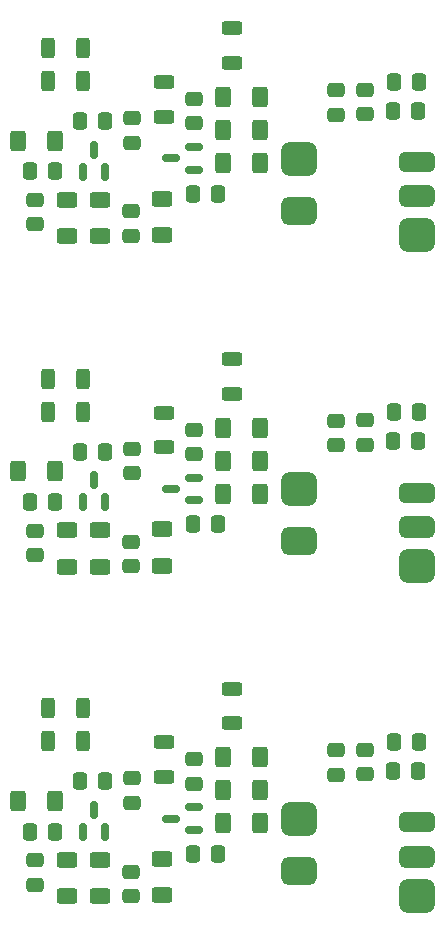
<source format=gbr>
%TF.GenerationSoftware,KiCad,Pcbnew,(6.0.5-0)*%
%TF.CreationDate,2022-07-02T10:30:04-05:00*%
%TF.ProjectId,AM_modulator,414d5f6d-6f64-4756-9c61-746f722e6b69,rev?*%
%TF.SameCoordinates,Original*%
%TF.FileFunction,Paste,Bot*%
%TF.FilePolarity,Positive*%
%FSLAX46Y46*%
G04 Gerber Fmt 4.6, Leading zero omitted, Abs format (unit mm)*
G04 Created by KiCad (PCBNEW (6.0.5-0)) date 2022-07-02 10:30:04*
%MOMM*%
%LPD*%
G01*
G04 APERTURE LIST*
G04 Aperture macros list*
%AMRoundRect*
0 Rectangle with rounded corners*
0 $1 Rounding radius*
0 $2 $3 $4 $5 $6 $7 $8 $9 X,Y pos of 4 corners*
0 Add a 4 corners polygon primitive as box body*
4,1,4,$2,$3,$4,$5,$6,$7,$8,$9,$2,$3,0*
0 Add four circle primitives for the rounded corners*
1,1,$1+$1,$2,$3*
1,1,$1+$1,$4,$5*
1,1,$1+$1,$6,$7*
1,1,$1+$1,$8,$9*
0 Add four rect primitives between the rounded corners*
20,1,$1+$1,$2,$3,$4,$5,0*
20,1,$1+$1,$4,$5,$6,$7,0*
20,1,$1+$1,$6,$7,$8,$9,0*
20,1,$1+$1,$8,$9,$2,$3,0*%
G04 Aperture macros list end*
%ADD10RoundRect,0.250000X-0.625000X0.312500X-0.625000X-0.312500X0.625000X-0.312500X0.625000X0.312500X0*%
%ADD11RoundRect,0.425000X-1.075000X-0.425000X1.075000X-0.425000X1.075000X0.425000X-1.075000X0.425000X0*%
%ADD12RoundRect,0.725000X-0.775000X-0.725000X0.775000X-0.725000X0.775000X0.725000X-0.775000X0.725000X0*%
%ADD13RoundRect,0.450000X-1.050000X-0.450000X1.050000X-0.450000X1.050000X0.450000X-1.050000X0.450000X0*%
%ADD14RoundRect,0.600000X-0.900000X-0.600000X0.900000X-0.600000X0.900000X0.600000X-0.900000X0.600000X0*%
%ADD15RoundRect,0.250000X0.475000X-0.337500X0.475000X0.337500X-0.475000X0.337500X-0.475000X-0.337500X0*%
%ADD16RoundRect,0.250000X0.337500X0.475000X-0.337500X0.475000X-0.337500X-0.475000X0.337500X-0.475000X0*%
%ADD17RoundRect,0.250000X-0.475000X0.337500X-0.475000X-0.337500X0.475000X-0.337500X0.475000X0.337500X0*%
%ADD18RoundRect,0.250000X-0.312500X-0.625000X0.312500X-0.625000X0.312500X0.625000X-0.312500X0.625000X0*%
%ADD19RoundRect,0.250000X-0.400000X-0.625000X0.400000X-0.625000X0.400000X0.625000X-0.400000X0.625000X0*%
%ADD20RoundRect,0.250000X0.625000X-0.400000X0.625000X0.400000X-0.625000X0.400000X-0.625000X-0.400000X0*%
%ADD21RoundRect,0.250000X-0.625000X0.400000X-0.625000X-0.400000X0.625000X-0.400000X0.625000X0.400000X0*%
%ADD22RoundRect,0.250000X0.312500X0.625000X-0.312500X0.625000X-0.312500X-0.625000X0.312500X-0.625000X0*%
%ADD23RoundRect,0.250000X0.400000X0.625000X-0.400000X0.625000X-0.400000X-0.625000X0.400000X-0.625000X0*%
%ADD24RoundRect,0.150000X0.150000X-0.587500X0.150000X0.587500X-0.150000X0.587500X-0.150000X-0.587500X0*%
%ADD25RoundRect,0.250000X-0.337500X-0.475000X0.337500X-0.475000X0.337500X0.475000X-0.337500X0.475000X0*%
%ADD26RoundRect,0.250000X0.625000X-0.312500X0.625000X0.312500X-0.625000X0.312500X-0.625000X-0.312500X0*%
%ADD27RoundRect,0.150000X0.587500X0.150000X-0.587500X0.150000X-0.587500X-0.150000X0.587500X-0.150000X0*%
G04 APERTURE END LIST*
D10*
%TO.C,SW4*%
X77200000Y-110887500D03*
X77200000Y-113812500D03*
%TD*%
D11*
%TO.C,J1*%
X92900000Y-122210000D03*
D12*
X92900000Y-128410000D03*
X82900000Y-121910000D03*
D13*
X92900000Y-125110000D03*
D14*
X82900000Y-126310000D03*
%TD*%
D15*
%TO.C,CMLO1*%
X74000000Y-118937500D03*
X74000000Y-116862500D03*
%TD*%
D16*
%TO.C,C1*%
X66414300Y-118728400D03*
X64339300Y-118728400D03*
%TD*%
D17*
%TO.C,Cpi1*%
X85970000Y-116112500D03*
X85970000Y-118187500D03*
%TD*%
D18*
%TO.C,SW2*%
X61637500Y-112550000D03*
X64562500Y-112550000D03*
%TD*%
D19*
%TO.C,RMb2*%
X76450000Y-116700000D03*
X79550000Y-116700000D03*
%TD*%
D15*
%TO.C,Cpi11*%
X88470000Y-118137500D03*
X88470000Y-116062500D03*
%TD*%
D20*
%TO.C,RMc1*%
X71250000Y-128400000D03*
X71250000Y-125300000D03*
%TD*%
D21*
%TO.C,R2*%
X63192400Y-125382600D03*
X63192400Y-128482600D03*
%TD*%
D22*
%TO.C,SW1*%
X64562500Y-115350000D03*
X61637500Y-115350000D03*
%TD*%
D23*
%TO.C,RMb1*%
X79550000Y-119500000D03*
X76450000Y-119500000D03*
%TD*%
D24*
%TO.C,Q1*%
X66453800Y-123018700D03*
X64553800Y-123018700D03*
X65503800Y-121143700D03*
%TD*%
D19*
%TO.C,RMe1*%
X76450000Y-122300000D03*
X79550000Y-122300000D03*
%TD*%
D16*
%TO.C,C2*%
X62172500Y-122995600D03*
X60097500Y-122995600D03*
%TD*%
D25*
%TO.C,Cpi21*%
X90912500Y-115400000D03*
X92987500Y-115400000D03*
%TD*%
%TO.C,CMa1*%
X73925000Y-124900000D03*
X76000000Y-124900000D03*
%TD*%
D26*
%TO.C,SW3*%
X71450000Y-118362500D03*
X71450000Y-115437500D03*
%TD*%
D17*
%TO.C,C3*%
X60500000Y-125412500D03*
X60500000Y-127487500D03*
%TD*%
D27*
%TO.C,QM1*%
X73937500Y-120950000D03*
X73937500Y-122850000D03*
X72062500Y-121900000D03*
%TD*%
D25*
%TO.C,Cpi2*%
X90860000Y-117870000D03*
X92935000Y-117870000D03*
%TD*%
D20*
%TO.C,R1*%
X66011800Y-128482600D03*
X66011800Y-125382600D03*
%TD*%
D17*
%TO.C,C5*%
X68655600Y-126378300D03*
X68655600Y-128453300D03*
%TD*%
D23*
%TO.C,R3*%
X62202400Y-120379400D03*
X59102400Y-120379400D03*
%TD*%
D15*
%TO.C,C4*%
X68729600Y-120559700D03*
X68729600Y-118484700D03*
%TD*%
D23*
%TO.C,R3*%
X62202400Y-92466900D03*
X59102400Y-92466900D03*
%TD*%
D19*
%TO.C,RMe1*%
X76450000Y-94387500D03*
X79550000Y-94387500D03*
%TD*%
D23*
%TO.C,RMb1*%
X79550000Y-91587500D03*
X76450000Y-91587500D03*
%TD*%
D17*
%TO.C,C3*%
X60500000Y-97500000D03*
X60500000Y-99575000D03*
%TD*%
D16*
%TO.C,C2*%
X62172500Y-95083100D03*
X60097500Y-95083100D03*
%TD*%
D27*
%TO.C,QM1*%
X73937500Y-93037500D03*
X73937500Y-94937500D03*
X72062500Y-93987500D03*
%TD*%
D25*
%TO.C,Cpi2*%
X90860000Y-89957500D03*
X92935000Y-89957500D03*
%TD*%
D20*
%TO.C,RMc1*%
X71250000Y-100487500D03*
X71250000Y-97387500D03*
%TD*%
D16*
%TO.C,C1*%
X66414300Y-90815900D03*
X64339300Y-90815900D03*
%TD*%
D17*
%TO.C,Cpi1*%
X85970000Y-88200000D03*
X85970000Y-90275000D03*
%TD*%
D21*
%TO.C,R2*%
X63192400Y-97470100D03*
X63192400Y-100570100D03*
%TD*%
D25*
%TO.C,Cpi21*%
X90912500Y-87487500D03*
X92987500Y-87487500D03*
%TD*%
%TO.C,CMa1*%
X73925000Y-96987500D03*
X76000000Y-96987500D03*
%TD*%
D10*
%TO.C,SW4*%
X77200000Y-82975000D03*
X77200000Y-85900000D03*
%TD*%
D11*
%TO.C,J1*%
X92900000Y-94297500D03*
D12*
X92900000Y-100497500D03*
X82900000Y-93997500D03*
D13*
X92900000Y-97197500D03*
D14*
X82900000Y-98397500D03*
%TD*%
D24*
%TO.C,Q1*%
X66453800Y-95106200D03*
X64553800Y-95106200D03*
X65503800Y-93231200D03*
%TD*%
D15*
%TO.C,Cpi11*%
X88470000Y-90225000D03*
X88470000Y-88150000D03*
%TD*%
D26*
%TO.C,SW3*%
X71450000Y-90450000D03*
X71450000Y-87525000D03*
%TD*%
D20*
%TO.C,R1*%
X66011800Y-100570100D03*
X66011800Y-97470100D03*
%TD*%
D17*
%TO.C,C5*%
X68655600Y-98465800D03*
X68655600Y-100540800D03*
%TD*%
D15*
%TO.C,C4*%
X68729600Y-92647200D03*
X68729600Y-90572200D03*
%TD*%
D19*
%TO.C,RMb2*%
X76450000Y-88787500D03*
X79550000Y-88787500D03*
%TD*%
D15*
%TO.C,CMLO1*%
X74000000Y-91025000D03*
X74000000Y-88950000D03*
%TD*%
D22*
%TO.C,SW1*%
X64562500Y-87437500D03*
X61637500Y-87437500D03*
%TD*%
D18*
%TO.C,SW2*%
X61637500Y-84637500D03*
X64562500Y-84637500D03*
%TD*%
%TO.C,SW2*%
X61637500Y-56650000D03*
X64562500Y-56650000D03*
%TD*%
D22*
%TO.C,SW1*%
X64562500Y-59450000D03*
X61637500Y-59450000D03*
%TD*%
D15*
%TO.C,CMLO1*%
X74000000Y-63037500D03*
X74000000Y-60962500D03*
%TD*%
D11*
%TO.C,J1*%
X92900000Y-66310000D03*
D12*
X92900000Y-72510000D03*
X82900000Y-66010000D03*
D13*
X92900000Y-69210000D03*
D14*
X82900000Y-70410000D03*
%TD*%
D10*
%TO.C,SW4*%
X77200000Y-54987500D03*
X77200000Y-57912500D03*
%TD*%
D24*
%TO.C,Q1*%
X66453800Y-67118700D03*
X64553800Y-67118700D03*
X65503800Y-65243700D03*
%TD*%
D25*
%TO.C,CMa1*%
X73925000Y-69000000D03*
X76000000Y-69000000D03*
%TD*%
D19*
%TO.C,RMb2*%
X76450000Y-60800000D03*
X79550000Y-60800000D03*
%TD*%
D15*
%TO.C,C4*%
X68729600Y-64659700D03*
X68729600Y-62584700D03*
%TD*%
D17*
%TO.C,C5*%
X68655600Y-70478300D03*
X68655600Y-72553300D03*
%TD*%
D20*
%TO.C,R1*%
X66011800Y-72582600D03*
X66011800Y-69482600D03*
%TD*%
D26*
%TO.C,SW3*%
X71450000Y-62462500D03*
X71450000Y-59537500D03*
%TD*%
D15*
%TO.C,Cpi11*%
X88470000Y-62237500D03*
X88470000Y-60162500D03*
%TD*%
D25*
%TO.C,Cpi21*%
X90912500Y-59500000D03*
X92987500Y-59500000D03*
%TD*%
D21*
%TO.C,R2*%
X63192400Y-69482600D03*
X63192400Y-72582600D03*
%TD*%
D17*
%TO.C,Cpi1*%
X85970000Y-60212500D03*
X85970000Y-62287500D03*
%TD*%
D16*
%TO.C,C1*%
X66414300Y-62828400D03*
X64339300Y-62828400D03*
%TD*%
D20*
%TO.C,RMc1*%
X71250000Y-72500000D03*
X71250000Y-69400000D03*
%TD*%
D25*
%TO.C,Cpi2*%
X90860000Y-61970000D03*
X92935000Y-61970000D03*
%TD*%
D27*
%TO.C,QM1*%
X73937500Y-65050000D03*
X73937500Y-66950000D03*
X72062500Y-66000000D03*
%TD*%
D16*
%TO.C,C2*%
X62172500Y-67095600D03*
X60097500Y-67095600D03*
%TD*%
D23*
%TO.C,RMb1*%
X79550000Y-63600000D03*
X76450000Y-63600000D03*
%TD*%
%TO.C,R3*%
X62202400Y-64479400D03*
X59102400Y-64479400D03*
%TD*%
D17*
%TO.C,C3*%
X60500000Y-69512500D03*
X60500000Y-71587500D03*
%TD*%
D19*
%TO.C,RMe1*%
X76450000Y-66400000D03*
X79550000Y-66400000D03*
%TD*%
M02*

</source>
